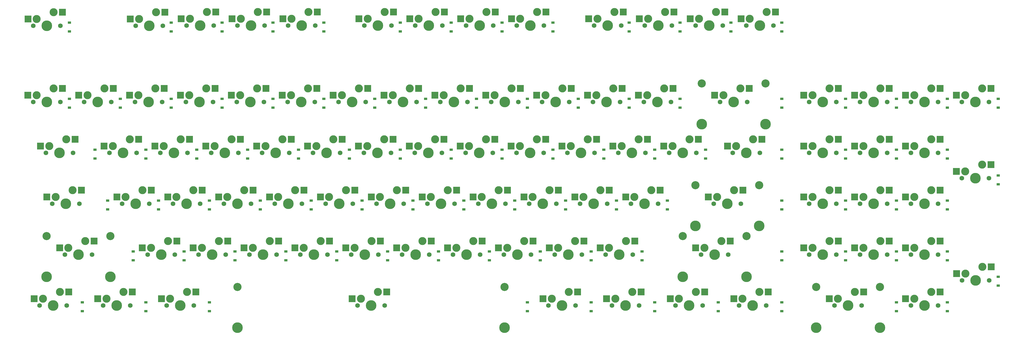
<source format=gbr>
G04 #@! TF.GenerationSoftware,KiCad,Pcbnew,8.0.5*
G04 #@! TF.CreationDate,2024-10-27T22:32:11+11:00*
G04 #@! TF.ProjectId,keyboard,6b657962-6f61-4726-942e-6b696361645f,rev?*
G04 #@! TF.SameCoordinates,Original*
G04 #@! TF.FileFunction,Soldermask,Bot*
G04 #@! TF.FilePolarity,Negative*
%FSLAX46Y46*%
G04 Gerber Fmt 4.6, Leading zero omitted, Abs format (unit mm)*
G04 Created by KiCad (PCBNEW 8.0.5) date 2024-10-27 22:32:11*
%MOMM*%
%LPD*%
G01*
G04 APERTURE LIST*
%ADD10C,1.750000*%
%ADD11C,3.000000*%
%ADD12C,3.987800*%
%ADD13R,2.550000X2.500000*%
%ADD14C,3.048000*%
%ADD15R,1.200000X0.900000*%
G04 APERTURE END LIST*
D10*
X141495000Y-60725000D03*
D11*
X142765000Y-58185000D03*
D12*
X146575000Y-60725000D03*
D11*
X149115000Y-55645000D03*
D10*
X151655000Y-60725000D03*
D13*
X139490000Y-58185000D03*
X152417000Y-55645000D03*
D10*
X160545000Y-60725000D03*
D11*
X161815000Y-58185000D03*
D12*
X165625000Y-60725000D03*
D11*
X168165000Y-55645000D03*
D10*
X170705000Y-60725000D03*
D13*
X158540000Y-58185000D03*
X171467000Y-55645000D03*
D10*
X84345000Y-60725000D03*
D11*
X85615000Y-58185000D03*
D12*
X89425000Y-60725000D03*
D11*
X91965000Y-55645000D03*
D10*
X94505000Y-60725000D03*
D13*
X82340000Y-58185000D03*
X95267000Y-55645000D03*
D10*
X275181706Y-32124520D03*
D11*
X276451706Y-29584520D03*
D12*
X280261706Y-32124520D03*
D11*
X282801706Y-27044520D03*
D10*
X285341706Y-32124520D03*
D13*
X273176706Y-29584520D03*
X286103706Y-27044520D03*
D10*
X317707500Y-79775000D03*
D11*
X318977500Y-77235000D03*
D12*
X322787500Y-79775000D03*
D11*
X325327500Y-74695000D03*
D10*
X327867500Y-79775000D03*
D13*
X315702500Y-77235000D03*
X328629500Y-74695000D03*
D10*
X27195000Y-60725000D03*
D11*
X28465000Y-58185000D03*
D12*
X32275000Y-60725000D03*
D11*
X34815000Y-55645000D03*
D10*
X37355000Y-60725000D03*
D13*
X25190000Y-58185000D03*
X38117000Y-55645000D03*
D10*
X241507500Y-117875000D03*
D11*
X242777500Y-115335000D03*
D12*
X246587500Y-117875000D03*
D11*
X249127500Y-112795000D03*
D10*
X251667500Y-117875000D03*
D13*
X239502500Y-115335000D03*
X252429500Y-112795000D03*
D10*
X174832500Y-98825000D03*
D11*
X176102500Y-96285000D03*
D12*
X179912500Y-98825000D03*
D11*
X182452500Y-93745000D03*
D10*
X184992500Y-98825000D03*
D13*
X172827500Y-96285000D03*
X185754500Y-93745000D03*
D10*
X336757500Y-79775000D03*
D11*
X338027500Y-77235000D03*
D12*
X341837500Y-79775000D03*
D11*
X344377500Y-74695000D03*
D10*
X346917500Y-79775000D03*
D13*
X334752500Y-77235000D03*
X347679500Y-74695000D03*
D10*
X336757500Y-117875000D03*
D11*
X338027500Y-115335000D03*
D12*
X341837500Y-117875000D03*
D11*
X344377500Y-112795000D03*
D10*
X346917500Y-117875000D03*
D13*
X334752500Y-115335000D03*
X347679500Y-112795000D03*
D10*
X222457500Y-117875000D03*
D11*
X223727500Y-115335000D03*
D12*
X227537500Y-117875000D03*
D11*
X230077500Y-112795000D03*
D10*
X232617500Y-117875000D03*
D13*
X220452500Y-115335000D03*
X233379500Y-112795000D03*
D10*
X112920000Y-79775000D03*
D11*
X114190000Y-77235000D03*
D12*
X118000000Y-79775000D03*
D11*
X120540000Y-74695000D03*
D10*
X123080000Y-79775000D03*
D13*
X110915000Y-77235000D03*
X123842000Y-74695000D03*
D10*
X65295000Y-60725000D03*
D11*
X66565000Y-58185000D03*
D12*
X70375000Y-60725000D03*
D11*
X72915000Y-55645000D03*
D10*
X75455000Y-60725000D03*
D13*
X63290000Y-58185000D03*
X76217000Y-55645000D03*
D10*
X27250000Y-32205000D03*
D11*
X28520000Y-29665000D03*
D12*
X32330000Y-32205000D03*
D11*
X34870000Y-27125000D03*
D10*
X37410000Y-32205000D03*
D13*
X25245000Y-29665000D03*
X38172000Y-27125000D03*
D10*
X170070000Y-79775000D03*
D11*
X171340000Y-77235000D03*
D12*
X175150000Y-79775000D03*
D11*
X177690000Y-74695000D03*
D10*
X180230000Y-79775000D03*
D13*
X168065000Y-77235000D03*
X180992000Y-74695000D03*
D10*
X355807500Y-117875000D03*
D11*
X357077500Y-115335000D03*
D12*
X360887500Y-117875000D03*
D11*
X363427500Y-112795000D03*
D10*
X365967500Y-117875000D03*
D13*
X353802500Y-115335000D03*
X366729500Y-112795000D03*
D10*
X243888750Y-136925000D03*
D11*
X245158750Y-134385000D03*
D12*
X248968750Y-136925000D03*
D11*
X251508750Y-131845000D03*
D10*
X254048750Y-136925000D03*
D13*
X241883750Y-134385000D03*
X254810750Y-131845000D03*
D10*
X237170000Y-32125000D03*
D11*
X238440000Y-29585000D03*
D12*
X242250000Y-32125000D03*
D11*
X244790000Y-27045000D03*
D10*
X247330000Y-32125000D03*
D13*
X235165000Y-29585000D03*
X248092000Y-27045000D03*
D10*
X291513750Y-136925000D03*
D11*
X292783750Y-134385000D03*
D12*
X296593750Y-136925000D03*
D11*
X299133750Y-131845000D03*
D10*
X301673750Y-136925000D03*
D13*
X289508750Y-134385000D03*
X302435750Y-131845000D03*
D10*
X29576250Y-136925000D03*
D11*
X30846250Y-134385000D03*
D12*
X34656250Y-136925000D03*
D11*
X37196250Y-131845000D03*
D10*
X39736250Y-136925000D03*
D13*
X27571250Y-134385000D03*
X40498250Y-131845000D03*
D10*
X217695000Y-60725000D03*
D11*
X218965000Y-58185000D03*
D12*
X222775000Y-60725000D03*
D11*
X225315000Y-55645000D03*
D10*
X227855000Y-60725000D03*
D13*
X215690000Y-58185000D03*
X228617000Y-55645000D03*
D10*
X336757500Y-98825000D03*
D11*
X338027500Y-96285000D03*
D12*
X341837500Y-98825000D03*
D11*
X344377500Y-93745000D03*
D10*
X346917500Y-98825000D03*
D13*
X334752500Y-96285000D03*
X347679500Y-93745000D03*
D10*
X89107500Y-117875000D03*
D11*
X90377500Y-115335000D03*
D12*
X94187500Y-117875000D03*
D11*
X96727500Y-112795000D03*
D10*
X99267500Y-117875000D03*
D13*
X87102500Y-115335000D03*
X100029500Y-112795000D03*
D10*
X117682500Y-98825000D03*
D11*
X118952500Y-96285000D03*
D12*
X122762500Y-98825000D03*
D11*
X125302500Y-93745000D03*
D10*
X127842500Y-98825000D03*
D13*
X115677500Y-96285000D03*
X128604500Y-93745000D03*
D10*
X184357500Y-117875000D03*
D11*
X185627500Y-115335000D03*
D12*
X189437500Y-117875000D03*
D11*
X191977500Y-112795000D03*
D10*
X194517500Y-117875000D03*
D13*
X182352500Y-115335000D03*
X195279500Y-112795000D03*
D10*
X355807500Y-79775000D03*
D11*
X357077500Y-77235000D03*
D12*
X360887500Y-79775000D03*
D11*
X363427500Y-74695000D03*
D10*
X365967500Y-79775000D03*
D13*
X353802500Y-77235000D03*
X366729500Y-74695000D03*
D10*
X251032500Y-98825000D03*
D11*
X252302500Y-96285000D03*
D12*
X256112500Y-98825000D03*
D11*
X258652500Y-93745000D03*
D10*
X261192500Y-98825000D03*
D13*
X249027500Y-96285000D03*
X261954500Y-93745000D03*
D10*
X189266209Y-32133694D03*
D11*
X190536209Y-29593694D03*
D12*
X194346209Y-32133694D03*
D11*
X196886209Y-27053694D03*
D10*
X199426209Y-32133694D03*
D13*
X187261209Y-29593694D03*
X200188209Y-27053694D03*
D14*
X275130750Y-91840000D03*
D12*
X275130750Y-107080000D03*
D10*
X281988750Y-98825000D03*
D11*
X283258750Y-96285000D03*
D12*
X287068750Y-98825000D03*
D11*
X289608750Y-93745000D03*
D10*
X292148750Y-98825000D03*
D14*
X299006750Y-91840000D03*
D12*
X299006750Y-107080000D03*
D13*
X279983750Y-96285000D03*
X292910750Y-93745000D03*
D10*
X255795000Y-60725000D03*
D11*
X257065000Y-58185000D03*
D12*
X260875000Y-60725000D03*
D11*
X263415000Y-55645000D03*
D10*
X265955000Y-60725000D03*
D13*
X253790000Y-58185000D03*
X266717000Y-55645000D03*
D10*
X208266209Y-32133694D03*
D11*
X209536209Y-29593694D03*
D12*
X213346209Y-32133694D03*
D11*
X215886209Y-27053694D03*
D10*
X218426209Y-32133694D03*
D13*
X206261209Y-29593694D03*
X219188209Y-27053694D03*
D10*
X294221706Y-32124520D03*
D11*
X295491706Y-29584520D03*
D12*
X299301706Y-32124520D03*
D11*
X301841706Y-27044520D03*
D10*
X304381706Y-32124520D03*
D13*
X292216706Y-29584520D03*
X305143706Y-27044520D03*
D10*
X74820000Y-79775000D03*
D11*
X76090000Y-77235000D03*
D12*
X79900000Y-79775000D03*
D11*
X82440000Y-74695000D03*
D10*
X84980000Y-79775000D03*
D13*
X72815000Y-77235000D03*
X85742000Y-74695000D03*
D14*
X270368250Y-110890000D03*
D12*
X270368250Y-126130000D03*
D10*
X277226250Y-117875000D03*
D11*
X278496250Y-115335000D03*
D12*
X282306250Y-117875000D03*
D11*
X284846250Y-112795000D03*
D10*
X287386250Y-117875000D03*
D14*
X294244250Y-110890000D03*
D12*
X294244250Y-126130000D03*
D13*
X275221250Y-115335000D03*
X288148250Y-112795000D03*
D10*
X203407500Y-117875000D03*
D11*
X204677500Y-115335000D03*
D12*
X208487500Y-117875000D03*
D11*
X211027500Y-112795000D03*
D10*
X213567500Y-117875000D03*
D13*
X201402500Y-115335000D03*
X214329500Y-112795000D03*
D10*
X146257500Y-117875000D03*
D11*
X147527500Y-115335000D03*
D12*
X151337500Y-117875000D03*
D11*
X153877500Y-112795000D03*
D10*
X156417500Y-117875000D03*
D13*
X144252500Y-115335000D03*
X157179500Y-112795000D03*
D10*
X236745000Y-60725000D03*
D11*
X238015000Y-58185000D03*
D12*
X241825000Y-60725000D03*
D11*
X244365000Y-55645000D03*
D10*
X246905000Y-60725000D03*
D13*
X234740000Y-58185000D03*
X247667000Y-55645000D03*
D10*
X136732500Y-98825000D03*
D11*
X138002500Y-96285000D03*
D12*
X141812500Y-98825000D03*
D11*
X144352500Y-93745000D03*
D10*
X146892500Y-98825000D03*
D13*
X134727500Y-96285000D03*
X147654500Y-93745000D03*
D10*
X355807500Y-60725000D03*
D11*
X357077500Y-58185000D03*
D12*
X360887500Y-60725000D03*
D11*
X363427500Y-55645000D03*
D10*
X365967500Y-60725000D03*
D13*
X353802500Y-58185000D03*
X366729500Y-55645000D03*
D10*
X256181706Y-32124520D03*
D11*
X257451706Y-29584520D03*
D12*
X261261706Y-32124520D03*
D11*
X263801706Y-27044520D03*
D10*
X266341706Y-32124520D03*
D13*
X254176706Y-29584520D03*
X267103706Y-27044520D03*
D10*
X55770000Y-79775000D03*
D11*
X57040000Y-77235000D03*
D12*
X60850000Y-79775000D03*
D11*
X63390000Y-74695000D03*
D10*
X65930000Y-79775000D03*
D13*
X53765000Y-77235000D03*
X66692000Y-74695000D03*
D10*
X93870000Y-79775000D03*
D11*
X95140000Y-77235000D03*
D12*
X98950000Y-79775000D03*
D11*
X101490000Y-74695000D03*
D10*
X104030000Y-79775000D03*
D13*
X91865000Y-77235000D03*
X104792000Y-74695000D03*
D10*
X108157500Y-117875000D03*
D11*
X109427500Y-115335000D03*
D12*
X113237500Y-117875000D03*
D11*
X115777500Y-112795000D03*
D10*
X118317500Y-117875000D03*
D13*
X106152500Y-115335000D03*
X119079500Y-112795000D03*
D10*
X246270000Y-79775000D03*
D11*
X247540000Y-77235000D03*
D12*
X251350000Y-79775000D03*
D11*
X253890000Y-74695000D03*
D10*
X256430000Y-79775000D03*
D13*
X244265000Y-77235000D03*
X257192000Y-74695000D03*
D10*
X46245000Y-60725000D03*
D11*
X47515000Y-58185000D03*
D12*
X51325000Y-60725000D03*
D11*
X53865000Y-55645000D03*
D10*
X56405000Y-60725000D03*
D13*
X44240000Y-58185000D03*
X57167000Y-55645000D03*
D14*
X103718850Y-129940000D03*
D12*
X103718850Y-145180000D03*
D10*
X148638750Y-136925000D03*
D11*
X149908750Y-134385000D03*
D12*
X153718750Y-136925000D03*
D11*
X156258750Y-131845000D03*
D10*
X158798750Y-136925000D03*
D14*
X203718650Y-129940000D03*
D12*
X203718650Y-145180000D03*
D13*
X146633750Y-134385000D03*
X159560750Y-131845000D03*
D10*
X189120000Y-79775000D03*
D11*
X190390000Y-77235000D03*
D12*
X194200000Y-79775000D03*
D11*
X196740000Y-74695000D03*
D10*
X199280000Y-79775000D03*
D13*
X187115000Y-77235000D03*
X200042000Y-74695000D03*
D14*
X320374500Y-129940000D03*
D12*
X320374500Y-145180000D03*
D10*
X327232500Y-136925000D03*
D11*
X328502500Y-134385000D03*
D12*
X332312500Y-136925000D03*
D11*
X334852500Y-131845000D03*
D10*
X337392500Y-136925000D03*
D14*
X344250500Y-129940000D03*
D12*
X344250500Y-145180000D03*
D13*
X325227500Y-134385000D03*
X338154500Y-131845000D03*
D10*
X231982500Y-98825000D03*
D11*
X233252500Y-96285000D03*
D12*
X237062500Y-98825000D03*
D11*
X239602500Y-93745000D03*
D10*
X242142500Y-98825000D03*
D13*
X229977500Y-96285000D03*
X242904500Y-93745000D03*
D10*
X317707500Y-98825000D03*
D11*
X318977500Y-96285000D03*
D12*
X322787500Y-98825000D03*
D11*
X325327500Y-93745000D03*
D10*
X327867500Y-98825000D03*
D13*
X315702500Y-96285000D03*
X328629500Y-93745000D03*
D10*
X34338750Y-98825000D03*
D11*
X35608750Y-96285000D03*
D12*
X39418750Y-98825000D03*
D11*
X41958750Y-93745000D03*
D10*
X44498750Y-98825000D03*
D13*
X32333750Y-96285000D03*
X45260750Y-93745000D03*
D10*
X122445000Y-60725000D03*
D11*
X123715000Y-58185000D03*
D12*
X127525000Y-60725000D03*
D11*
X130065000Y-55645000D03*
D10*
X132605000Y-60725000D03*
D13*
X120440000Y-58185000D03*
X133367000Y-55645000D03*
D10*
X103395000Y-60725000D03*
D11*
X104665000Y-58185000D03*
D12*
X108475000Y-60725000D03*
D11*
X111015000Y-55645000D03*
D10*
X113555000Y-60725000D03*
D13*
X101390000Y-58185000D03*
X114317000Y-55645000D03*
D10*
X65599475Y-32177388D03*
D11*
X66869475Y-29637388D03*
D12*
X70679475Y-32177388D03*
D11*
X73219475Y-27097388D03*
D10*
X75759475Y-32177388D03*
D13*
X63594475Y-29637388D03*
X76521475Y-27097388D03*
D10*
X267701250Y-136925000D03*
D11*
X268971250Y-134385000D03*
D12*
X272781250Y-136925000D03*
D11*
X275321250Y-131845000D03*
D10*
X277861250Y-136925000D03*
D13*
X265696250Y-134385000D03*
X278623250Y-131845000D03*
D10*
X220076250Y-136925000D03*
D11*
X221346250Y-134385000D03*
D12*
X225156250Y-136925000D03*
D11*
X227696250Y-131845000D03*
D10*
X230236250Y-136925000D03*
D13*
X218071250Y-134385000D03*
X230998250Y-131845000D03*
D10*
X77201250Y-136925000D03*
D11*
X78471250Y-134385000D03*
D12*
X82281250Y-136925000D03*
D11*
X84821250Y-131845000D03*
D10*
X87361250Y-136925000D03*
D13*
X75196250Y-134385000D03*
X88123250Y-131845000D03*
D10*
X317707500Y-117875000D03*
D11*
X318977500Y-115335000D03*
D12*
X322787500Y-117875000D03*
D11*
X325327500Y-112795000D03*
D10*
X327867500Y-117875000D03*
D13*
X315702500Y-115335000D03*
X328629500Y-112795000D03*
D10*
X289132500Y-79775000D03*
D11*
X290402500Y-77235000D03*
D12*
X294212500Y-79775000D03*
D11*
X296752500Y-74695000D03*
D10*
X299292500Y-79775000D03*
D13*
X287127500Y-77235000D03*
X300054500Y-74695000D03*
D10*
X374857500Y-60725000D03*
D11*
X376127500Y-58185000D03*
D12*
X379937500Y-60725000D03*
D11*
X382477500Y-55645000D03*
D10*
X385017500Y-60725000D03*
D13*
X372852500Y-58185000D03*
X385779500Y-55645000D03*
D10*
X70057500Y-117875000D03*
D11*
X71327500Y-115335000D03*
D12*
X75137500Y-117875000D03*
D11*
X77677500Y-112795000D03*
D10*
X80217500Y-117875000D03*
D13*
X68052500Y-115335000D03*
X80979500Y-112795000D03*
D10*
X355807500Y-98825000D03*
D11*
X357077500Y-96285000D03*
D12*
X360887500Y-98825000D03*
D11*
X363427500Y-93745000D03*
D10*
X365967500Y-98825000D03*
D13*
X353802500Y-96285000D03*
X366729500Y-93745000D03*
D10*
X212932500Y-98825000D03*
D11*
X214202500Y-96285000D03*
D12*
X218012500Y-98825000D03*
D11*
X220552500Y-93745000D03*
D10*
X223092500Y-98825000D03*
D13*
X210927500Y-96285000D03*
X223854500Y-93745000D03*
D10*
X179595000Y-60725000D03*
D11*
X180865000Y-58185000D03*
D12*
X184675000Y-60725000D03*
D11*
X187215000Y-55645000D03*
D10*
X189755000Y-60725000D03*
D13*
X177590000Y-58185000D03*
X190517000Y-55645000D03*
D10*
X265320000Y-79775000D03*
D11*
X266590000Y-77235000D03*
D12*
X270400000Y-79775000D03*
D11*
X272940000Y-74695000D03*
D10*
X275480000Y-79775000D03*
D13*
X263315000Y-77235000D03*
X276242000Y-74695000D03*
D10*
X374864143Y-89283423D03*
D11*
X376134143Y-86743423D03*
D12*
X379944143Y-89283423D03*
D11*
X382484143Y-84203423D03*
D10*
X385024143Y-89283423D03*
D13*
X372859143Y-86743423D03*
X385786143Y-84203423D03*
D10*
X165307500Y-117875000D03*
D11*
X166577500Y-115335000D03*
D12*
X170387500Y-117875000D03*
D11*
X172927500Y-112795000D03*
D10*
X175467500Y-117875000D03*
D13*
X163302500Y-115335000D03*
X176229500Y-112795000D03*
D10*
X208170000Y-79775000D03*
D11*
X209440000Y-77235000D03*
D12*
X213250000Y-79775000D03*
D11*
X215790000Y-74695000D03*
D10*
X218330000Y-79775000D03*
D13*
X206165000Y-77235000D03*
X219092000Y-74695000D03*
D10*
X98632500Y-98825000D03*
D11*
X99902500Y-96285000D03*
D12*
X103712500Y-98825000D03*
D11*
X106252500Y-93745000D03*
D10*
X108792500Y-98825000D03*
D13*
X96627500Y-96285000D03*
X109554500Y-93745000D03*
D10*
X374920000Y-127500000D03*
D11*
X376190000Y-124960000D03*
D12*
X380000000Y-127500000D03*
D11*
X382540000Y-122420000D03*
D10*
X385080000Y-127500000D03*
D13*
X372915000Y-124960000D03*
X385842000Y-122420000D03*
D10*
X151170000Y-32125000D03*
D11*
X152440000Y-29585000D03*
D12*
X156250000Y-32125000D03*
D11*
X158790000Y-27045000D03*
D10*
X161330000Y-32125000D03*
D13*
X149165000Y-29585000D03*
X162092000Y-27045000D03*
D10*
X84637347Y-32136106D03*
D11*
X85907347Y-29596106D03*
D12*
X89717347Y-32136106D03*
D11*
X92257347Y-27056106D03*
D10*
X94797347Y-32136106D03*
D13*
X82632347Y-29596106D03*
X95559347Y-27056106D03*
D10*
X53388750Y-136925000D03*
D11*
X54658750Y-134385000D03*
D12*
X58468750Y-136925000D03*
D11*
X61008750Y-131845000D03*
D10*
X63548750Y-136925000D03*
D13*
X51383750Y-134385000D03*
X64310750Y-131845000D03*
D10*
X317707500Y-60725000D03*
D11*
X318977500Y-58185000D03*
D12*
X322787500Y-60725000D03*
D11*
X325327500Y-55645000D03*
D10*
X327867500Y-60725000D03*
D13*
X315702500Y-58185000D03*
X328629500Y-55645000D03*
D10*
X355807500Y-136925000D03*
D11*
X357077500Y-134385000D03*
D12*
X360887500Y-136925000D03*
D11*
X363427500Y-131845000D03*
D10*
X365967500Y-136925000D03*
D13*
X353802500Y-134385000D03*
X366729500Y-131845000D03*
D10*
X79582500Y-98825000D03*
D11*
X80852500Y-96285000D03*
D12*
X84662500Y-98825000D03*
D11*
X87202500Y-93745000D03*
D10*
X89742500Y-98825000D03*
D13*
X77577500Y-96285000D03*
X90504500Y-93745000D03*
D10*
X198645000Y-60725000D03*
D11*
X199915000Y-58185000D03*
D12*
X203725000Y-60725000D03*
D11*
X206265000Y-55645000D03*
D10*
X208805000Y-60725000D03*
D13*
X196640000Y-58185000D03*
X209567000Y-55645000D03*
D14*
X277512000Y-53740000D03*
D12*
X277512000Y-68980000D03*
D10*
X284370000Y-60725000D03*
D11*
X285640000Y-58185000D03*
D12*
X289450000Y-60725000D03*
D11*
X291990000Y-55645000D03*
D10*
X294530000Y-60725000D03*
D14*
X301388000Y-53740000D03*
D12*
X301388000Y-68980000D03*
D13*
X282365000Y-58185000D03*
X295292000Y-55645000D03*
D10*
X127207500Y-117875000D03*
D11*
X128477500Y-115335000D03*
D12*
X132287500Y-117875000D03*
D11*
X134827500Y-112795000D03*
D10*
X137367500Y-117875000D03*
D13*
X125202500Y-115335000D03*
X138129500Y-112795000D03*
D10*
X336757500Y-60725000D03*
D11*
X338027500Y-58185000D03*
D12*
X341837500Y-60725000D03*
D11*
X344377500Y-55645000D03*
D10*
X346917500Y-60725000D03*
D13*
X334752500Y-58185000D03*
X347679500Y-55645000D03*
D10*
X122670000Y-32125000D03*
D11*
X123940000Y-29585000D03*
D12*
X127750000Y-32125000D03*
D11*
X130290000Y-27045000D03*
D10*
X132830000Y-32125000D03*
D13*
X120665000Y-29585000D03*
X133592000Y-27045000D03*
D10*
X31957500Y-79775000D03*
D11*
X33227500Y-77235000D03*
D12*
X37037500Y-79775000D03*
D11*
X39577500Y-74695000D03*
D10*
X42117500Y-79775000D03*
D13*
X29952500Y-77235000D03*
X42879500Y-74695000D03*
D10*
X193882500Y-98825000D03*
D11*
X195152500Y-96285000D03*
D12*
X198962500Y-98825000D03*
D11*
X201502500Y-93745000D03*
D10*
X204042500Y-98825000D03*
D13*
X191877500Y-96285000D03*
X204804500Y-93745000D03*
D10*
X60532500Y-98825000D03*
D11*
X61802500Y-96285000D03*
D12*
X65612500Y-98825000D03*
D11*
X68152500Y-93745000D03*
D10*
X70692500Y-98825000D03*
D13*
X58527500Y-96285000D03*
X71454500Y-93745000D03*
D10*
X131970000Y-79775000D03*
D11*
X133240000Y-77235000D03*
D12*
X137050000Y-79775000D03*
D11*
X139590000Y-74695000D03*
D10*
X142130000Y-79775000D03*
D13*
X129965000Y-77235000D03*
X142892000Y-74695000D03*
D10*
X170202485Y-32118486D03*
D11*
X171472485Y-29578486D03*
D12*
X175282485Y-32118486D03*
D11*
X177822485Y-27038486D03*
D10*
X180362485Y-32118486D03*
D13*
X168197485Y-29578486D03*
X181124485Y-27038486D03*
D14*
X32243250Y-110890000D03*
D12*
X32243250Y-126130000D03*
D10*
X39101250Y-117875000D03*
D11*
X40371250Y-115335000D03*
D12*
X44181250Y-117875000D03*
D11*
X46721250Y-112795000D03*
D10*
X49261250Y-117875000D03*
D14*
X56119250Y-110890000D03*
D12*
X56119250Y-126130000D03*
D13*
X37096250Y-115335000D03*
X50023250Y-112795000D03*
D10*
X227220000Y-79775000D03*
D11*
X228490000Y-77235000D03*
D12*
X232300000Y-79775000D03*
D11*
X234840000Y-74695000D03*
D10*
X237380000Y-79775000D03*
D13*
X225215000Y-77235000D03*
X238142000Y-74695000D03*
D10*
X155782500Y-98825000D03*
D11*
X157052500Y-96285000D03*
D12*
X160862500Y-98825000D03*
D11*
X163402500Y-93745000D03*
D10*
X165942500Y-98825000D03*
D13*
X153777500Y-96285000D03*
X166704500Y-93745000D03*
D10*
X103670000Y-32125000D03*
D11*
X104940000Y-29585000D03*
D12*
X108750000Y-32125000D03*
D11*
X111290000Y-27045000D03*
D10*
X113830000Y-32125000D03*
D13*
X101665000Y-29585000D03*
X114592000Y-27045000D03*
D15*
X40800000Y-62875000D03*
X40800000Y-59575000D03*
X107475000Y-81925000D03*
X107475000Y-78625000D03*
X264637500Y-100975000D03*
X264637500Y-97675000D03*
X236062500Y-139075000D03*
X236062500Y-135775000D03*
X78900000Y-62875000D03*
X78900000Y-59575000D03*
X250350000Y-62875000D03*
X250350000Y-59575000D03*
X136050000Y-34300000D03*
X136050000Y-31000000D03*
X307500000Y-139075000D03*
X307500000Y-135775000D03*
X207487500Y-100975000D03*
X207487500Y-97675000D03*
X174150000Y-62875000D03*
X174150000Y-59575000D03*
X283687500Y-139075000D03*
X283687500Y-135775000D03*
X88425000Y-81925000D03*
X88425000Y-78625000D03*
X269400000Y-34300000D03*
X269400000Y-31000000D03*
X226537500Y-100975000D03*
X226537500Y-97675000D03*
X64612500Y-120025000D03*
X64612500Y-116725000D03*
X97950000Y-34300000D03*
X97950000Y-31000000D03*
X202725000Y-81925000D03*
X202725000Y-78625000D03*
X350362500Y-100975000D03*
X350362500Y-97675000D03*
X240825000Y-81925000D03*
X240825000Y-78625000D03*
X117000000Y-34300000D03*
X117000000Y-31000000D03*
X78900000Y-34300000D03*
X78900000Y-31000000D03*
X350362500Y-81925000D03*
X350362500Y-78625000D03*
X307500000Y-34300000D03*
X307500000Y-31000000D03*
X350362500Y-139075000D03*
X350362500Y-135775000D03*
X212250000Y-139075000D03*
X212250000Y-135775000D03*
X278925000Y-81925000D03*
X278925000Y-78625000D03*
X59850000Y-62875000D03*
X59850000Y-59575000D03*
X83662500Y-120025000D03*
X83662500Y-116725000D03*
X69375000Y-139075000D03*
X69375000Y-135775000D03*
X369412500Y-62875000D03*
X369412500Y-59575000D03*
X269400000Y-62875000D03*
X269400000Y-59575000D03*
X255112500Y-120025000D03*
X255112500Y-116725000D03*
X388462500Y-62875000D03*
X388462500Y-59575000D03*
X55087500Y-100975000D03*
X55087500Y-97675000D03*
X97950000Y-62875000D03*
X97950000Y-59575000D03*
X188437500Y-100975000D03*
X188437500Y-97675000D03*
X178912500Y-120025000D03*
X178912500Y-116725000D03*
X193200000Y-62875000D03*
X193200000Y-59575000D03*
X212250000Y-62875000D03*
X212250000Y-59575000D03*
X164625000Y-34300000D03*
X164625000Y-31000000D03*
X183675000Y-81925000D03*
X183675000Y-78625000D03*
X245587500Y-100975000D03*
X245587500Y-97675000D03*
X112237500Y-100975000D03*
X112237500Y-97675000D03*
X259875000Y-139075000D03*
X259875000Y-135775000D03*
X150337500Y-100975000D03*
X150337500Y-97675000D03*
X159862500Y-120025000D03*
X159862500Y-116725000D03*
X388462500Y-129500000D03*
X388462500Y-126200000D03*
X202725000Y-34300000D03*
X202725000Y-31000000D03*
X117000000Y-62875000D03*
X117000000Y-59575000D03*
X259875000Y-81925000D03*
X259875000Y-78625000D03*
X307500000Y-100975000D03*
X307500000Y-97675000D03*
X369412500Y-139075000D03*
X369412500Y-135775000D03*
X369412500Y-81925000D03*
X369412500Y-78625000D03*
X183675000Y-34300000D03*
X183675000Y-31000000D03*
X388462500Y-91500000D03*
X388462500Y-88200000D03*
X93187500Y-139075000D03*
X93187500Y-135775000D03*
X350362500Y-120025000D03*
X350362500Y-116725000D03*
X231300000Y-62875000D03*
X231300000Y-59575000D03*
X331312500Y-81925000D03*
X331312500Y-78625000D03*
X307500000Y-62875000D03*
X307500000Y-59575000D03*
X164625000Y-81925000D03*
X164625000Y-78625000D03*
X307500000Y-81925000D03*
X307500000Y-78625000D03*
X197962500Y-120025000D03*
X197962500Y-116725000D03*
X131287500Y-100975000D03*
X131287500Y-97675000D03*
X102712500Y-120025000D03*
X102712500Y-116725000D03*
X250350000Y-34300000D03*
X250350000Y-31000000D03*
X236062500Y-120025000D03*
X236062500Y-116725000D03*
X40800000Y-34300000D03*
X40800000Y-31000000D03*
X331312500Y-120025000D03*
X331312500Y-116725000D03*
X331312500Y-100975000D03*
X331312500Y-97675000D03*
X369412500Y-120025000D03*
X369412500Y-116725000D03*
X331312500Y-62875000D03*
X331312500Y-59575000D03*
X74137500Y-100975000D03*
X74137500Y-97675000D03*
X217012500Y-120025000D03*
X217012500Y-116725000D03*
X169387500Y-100975000D03*
X169387500Y-97675000D03*
X369412500Y-100975000D03*
X369412500Y-97675000D03*
X126525000Y-81925000D03*
X126525000Y-78625000D03*
X121762500Y-120025000D03*
X121762500Y-116725000D03*
X155100000Y-62875000D03*
X155100000Y-59575000D03*
X140812500Y-120025000D03*
X140812500Y-116725000D03*
X69375000Y-81925000D03*
X69375000Y-78625000D03*
X288450000Y-34300000D03*
X288450000Y-31000000D03*
X45562500Y-139075000D03*
X45562500Y-135775000D03*
X136050000Y-62875000D03*
X136050000Y-59575000D03*
X221775000Y-34300000D03*
X221775000Y-31000000D03*
X93187500Y-100975000D03*
X93187500Y-97675000D03*
X145575000Y-81925000D03*
X145575000Y-78625000D03*
X50325000Y-81925000D03*
X50325000Y-78625000D03*
X307500000Y-120025000D03*
X307500000Y-116725000D03*
X221775000Y-81925000D03*
X221775000Y-78625000D03*
X350362500Y-62875000D03*
X350362500Y-59575000D03*
D10*
X151020000Y-79775000D03*
D11*
X152290000Y-77235000D03*
D12*
X156100000Y-79775000D03*
D11*
X158640000Y-74695000D03*
D10*
X161180000Y-79775000D03*
D13*
X149015000Y-77235000D03*
X161942000Y-74695000D03*
M02*

</source>
